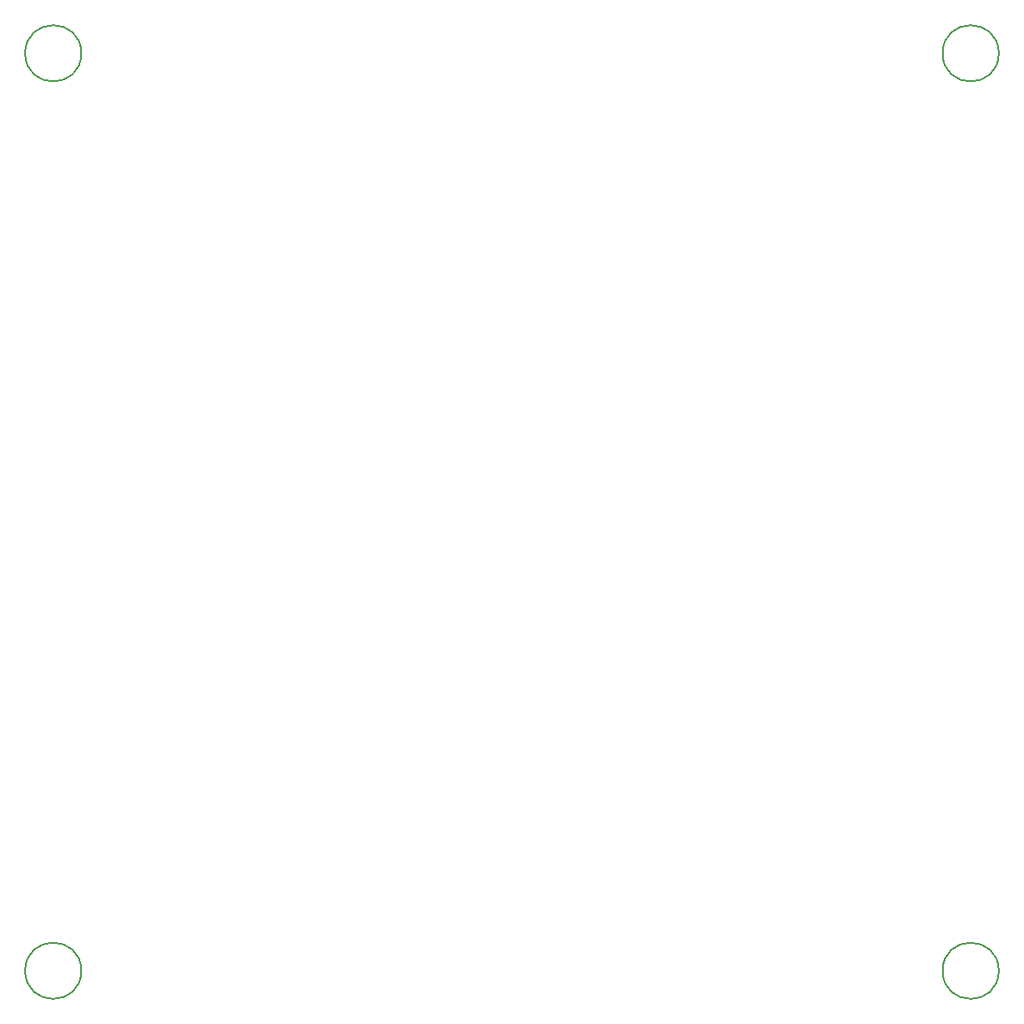
<source format=gbr>
%TF.GenerationSoftware,KiCad,Pcbnew,(6.0.8)*%
%TF.CreationDate,2022-11-24T14:06:35+01:00*%
%TF.ProjectId,myDAQExpansionBoard,6d794441-5145-4787-9061-6e73696f6e42,rev?*%
%TF.SameCoordinates,Original*%
%TF.FileFunction,Other,Comment*%
%FSLAX46Y46*%
G04 Gerber Fmt 4.6, Leading zero omitted, Abs format (unit mm)*
G04 Created by KiCad (PCBNEW (6.0.8)) date 2022-11-24 14:06:35*
%MOMM*%
%LPD*%
G01*
G04 APERTURE LIST*
%ADD10C,0.150000*%
G04 APERTURE END LIST*
D10*
%TO.C,H1*%
X75600000Y-37250000D02*
G75*
G03*
X75600000Y-37250000I-2850000J0D01*
G01*
%TO.C,H4*%
X75600000Y-130250000D02*
G75*
G03*
X75600000Y-130250000I-2850000J0D01*
G01*
%TO.C,H3*%
X168600000Y-130250000D02*
G75*
G03*
X168600000Y-130250000I-2850000J0D01*
G01*
%TO.C,H2*%
X168600000Y-37250000D02*
G75*
G03*
X168600000Y-37250000I-2850000J0D01*
G01*
%TD*%
M02*

</source>
